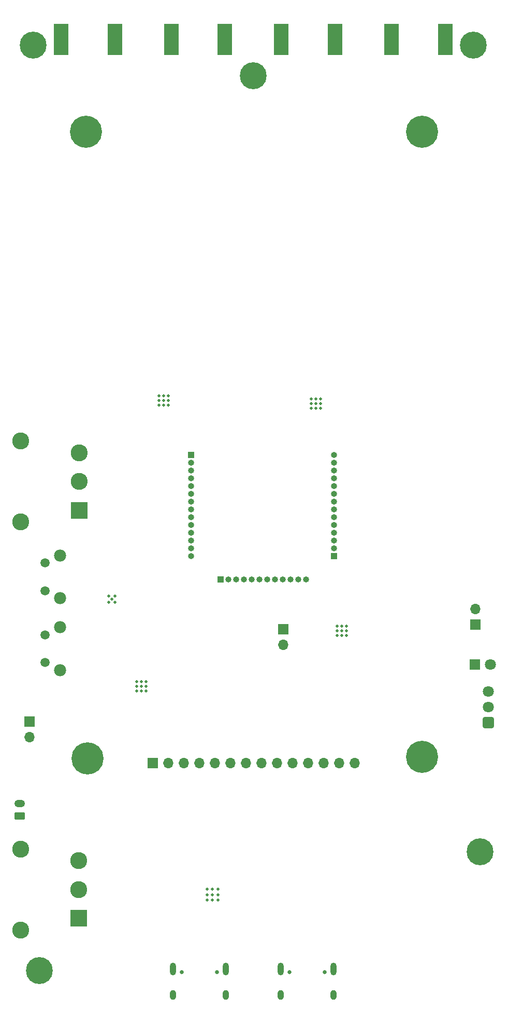
<source format=gbr>
%TF.GenerationSoftware,KiCad,Pcbnew,8.0.7*%
%TF.CreationDate,2025-02-17T14:25:55+00:00*%
%TF.ProjectId,PCB V3.1,50434220-5633-42e3-912e-6b696361645f,rev?*%
%TF.SameCoordinates,Original*%
%TF.FileFunction,Soldermask,Bot*%
%TF.FilePolarity,Negative*%
%FSLAX46Y46*%
G04 Gerber Fmt 4.6, Leading zero omitted, Abs format (unit mm)*
G04 Created by KiCad (PCBNEW 8.0.7) date 2025-02-17 14:25:55*
%MOMM*%
%LPD*%
G01*
G04 APERTURE LIST*
G04 Aperture macros list*
%AMRoundRect*
0 Rectangle with rounded corners*
0 $1 Rounding radius*
0 $2 $3 $4 $5 $6 $7 $8 $9 X,Y pos of 4 corners*
0 Add a 4 corners polygon primitive as box body*
4,1,4,$2,$3,$4,$5,$6,$7,$8,$9,$2,$3,0*
0 Add four circle primitives for the rounded corners*
1,1,$1+$1,$2,$3*
1,1,$1+$1,$4,$5*
1,1,$1+$1,$6,$7*
1,1,$1+$1,$8,$9*
0 Add four rect primitives between the rounded corners*
20,1,$1+$1,$2,$3,$4,$5,0*
20,1,$1+$1,$4,$5,$6,$7,0*
20,1,$1+$1,$6,$7,$8,$9,0*
20,1,$1+$1,$8,$9,$2,$3,0*%
G04 Aperture macros list end*
%ADD10C,0.700000*%
%ADD11C,4.400000*%
%ADD12C,0.500000*%
%ADD13C,1.515000*%
%ADD14C,1.980000*%
%ADD15R,1.000000X1.000000*%
%ADD16O,1.000000X1.000000*%
%ADD17RoundRect,0.250200X0.649800X-0.649800X0.649800X0.649800X-0.649800X0.649800X-0.649800X-0.649800X0*%
%ADD18C,1.800000*%
%ADD19C,0.650000*%
%ADD20O,1.000000X2.100000*%
%ADD21O,1.000000X1.600000*%
%ADD22R,1.700000X1.700000*%
%ADD23O,1.700000X1.700000*%
%ADD24C,0.800000*%
%ADD25C,5.250000*%
%ADD26R,2.420000X5.080000*%
%ADD27R,1.800000X1.800000*%
%ADD28RoundRect,0.250000X0.625000X-0.350000X0.625000X0.350000X-0.625000X0.350000X-0.625000X-0.350000X0*%
%ADD29O,1.750000X1.200000*%
%ADD30R,2.775000X2.775000*%
%ADD31C,2.775000*%
G04 APERTURE END LIST*
D10*
%TO.C,H1*%
X66473500Y-178487200D03*
X66956774Y-177320474D03*
X66956774Y-179653926D03*
X68123500Y-176837200D03*
D11*
X68123500Y-178487200D03*
D10*
X68123500Y-180137200D03*
X69290226Y-177320474D03*
X69290226Y-179653926D03*
X69773500Y-178487200D03*
%TD*%
D12*
%TO.C,IC4*%
X116834500Y-122312200D03*
X116834500Y-123074200D03*
X116834500Y-123836200D03*
X117596500Y-122312200D03*
X117596500Y-123074200D03*
X117596500Y-123836200D03*
X118358500Y-122312200D03*
X118358500Y-123074200D03*
X118358500Y-123836200D03*
%TD*%
%TO.C,IC6*%
X112643500Y-86752200D03*
X113405500Y-86752200D03*
X114167500Y-86752200D03*
X112643500Y-85990200D03*
X113405500Y-85990200D03*
X114167500Y-85990200D03*
X112643500Y-85228200D03*
X113405500Y-85228200D03*
X114167500Y-85228200D03*
%TD*%
D13*
%TO.C,RESET1*%
X69082500Y-111986200D03*
X69082500Y-116486200D03*
D14*
X71572500Y-110731200D03*
X71572500Y-117741200D03*
%TD*%
D15*
%TO.C,J10*%
X116326500Y-110882200D03*
D16*
X116326500Y-109612200D03*
X116326500Y-108342200D03*
X116326500Y-107072200D03*
X116326500Y-105802200D03*
X116326500Y-104532200D03*
X116326500Y-103262200D03*
X116326500Y-101992200D03*
X116326500Y-100722200D03*
X116326500Y-99452200D03*
X116326500Y-98182200D03*
X116326500Y-96912200D03*
X116326500Y-95642200D03*
X116326500Y-94372200D03*
%TD*%
D17*
%TO.C,U5*%
X141598500Y-138060200D03*
D18*
X141598500Y-135520200D03*
X141598500Y-132980200D03*
%TD*%
D12*
%TO.C,U6*%
X95562500Y-165206200D03*
X95562500Y-166095200D03*
X95562500Y-166984200D03*
X96451500Y-165206200D03*
X96451500Y-166095200D03*
X96451500Y-166984200D03*
X97340500Y-165206200D03*
X97340500Y-166095200D03*
X97340500Y-166984200D03*
%TD*%
D19*
%TO.C,USB_OTG1*%
X109053500Y-178787200D03*
X114833500Y-178787200D03*
D20*
X107623500Y-178257200D03*
D21*
X107623500Y-182437200D03*
D20*
X116263500Y-178257200D03*
D21*
X116263500Y-182437200D03*
%TD*%
D19*
%TO.C,USB_UART1*%
X91413500Y-178787200D03*
X97193500Y-178787200D03*
D20*
X89983500Y-178257200D03*
D21*
X89983500Y-182437200D03*
D20*
X98623500Y-178257200D03*
D21*
X98623500Y-182437200D03*
%TD*%
D22*
%TO.C,SCREEN1*%
X86742400Y-144619700D03*
D23*
X89282400Y-144619700D03*
X91822400Y-144619700D03*
X94362400Y-144619700D03*
X96902400Y-144619700D03*
X99442400Y-144619700D03*
X101982400Y-144619700D03*
X104522400Y-144619700D03*
X107062400Y-144619700D03*
X109602400Y-144619700D03*
X112142400Y-144619700D03*
X114682400Y-144619700D03*
X117222400Y-144619700D03*
X119762400Y-144619700D03*
D24*
X73652400Y-41579700D03*
X73906400Y-143873700D03*
X74414400Y-39882644D03*
X74414400Y-43276756D03*
X74668400Y-142176644D03*
X74668400Y-145570756D03*
X75802400Y-39499700D03*
D25*
X75802400Y-41579700D03*
D24*
X75802400Y-43817700D03*
X76056400Y-141793700D03*
D25*
X76056400Y-143873700D03*
D24*
X76056400Y-146111700D03*
X77208400Y-39882644D03*
X77208400Y-43276756D03*
X77462400Y-142176644D03*
X77462400Y-145570756D03*
X77970400Y-41579700D03*
X78224400Y-143873700D03*
X128552400Y-41579700D03*
X128552400Y-143619700D03*
X129314400Y-39882644D03*
X129314400Y-43276756D03*
X129314400Y-141922644D03*
X129314400Y-145316756D03*
X130702400Y-39499700D03*
D25*
X130702400Y-41579700D03*
D24*
X130702400Y-43817700D03*
X130702400Y-141539700D03*
D25*
X130702400Y-143619700D03*
D24*
X130702400Y-145857700D03*
X132108400Y-39882644D03*
X132108400Y-43276756D03*
X132108400Y-141922644D03*
X132108400Y-145316756D03*
X132870400Y-41579700D03*
X132870400Y-143619700D03*
%TD*%
D10*
%TO.C,H3*%
X65473500Y-27487200D03*
X65956774Y-26320474D03*
X65956774Y-28653926D03*
X67123500Y-25837200D03*
D11*
X67123500Y-27487200D03*
D10*
X67123500Y-29137200D03*
X68290226Y-26320474D03*
X68290226Y-28653926D03*
X68773500Y-27487200D03*
%TD*%
D26*
%TO.C,AE7*%
X98503500Y-26557200D03*
X89743500Y-26557200D03*
%TD*%
D27*
%TO.C,D4*%
X139348500Y-128520200D03*
D18*
X141888500Y-128520200D03*
%TD*%
D10*
%TO.C,H2*%
X138552500Y-159142200D03*
X139035774Y-157975474D03*
X139035774Y-160308926D03*
X140202500Y-157492200D03*
D11*
X140202500Y-159142200D03*
D10*
X140202500Y-160792200D03*
X141369226Y-157975474D03*
X141369226Y-160308926D03*
X141852500Y-159142200D03*
%TD*%
D28*
%TO.C,JSTPH1*%
X64987000Y-153273000D03*
D29*
X64987000Y-151273000D03*
%TD*%
D22*
%TO.C,J1*%
X66542500Y-137826200D03*
D23*
X66542500Y-140366200D03*
%TD*%
D12*
%TO.C,U10*%
X84100500Y-132885700D03*
X84862500Y-132885700D03*
X85624500Y-132885700D03*
X84100500Y-132123700D03*
X84862500Y-132123700D03*
X85624500Y-132123700D03*
X84100500Y-131361700D03*
X84862500Y-131361700D03*
X85624500Y-131361700D03*
%TD*%
D26*
%TO.C,AE1*%
X80503500Y-26557200D03*
X71743500Y-26557200D03*
%TD*%
D13*
%TO.C,BOOT1*%
X69082500Y-123741200D03*
X69082500Y-128241200D03*
D14*
X71572500Y-122486200D03*
X71572500Y-129496200D03*
%TD*%
D26*
%TO.C,AE3*%
X134503500Y-26557200D03*
X125743500Y-26557200D03*
%TD*%
D10*
%TO.C,H5*%
X101473500Y-32487200D03*
X101956774Y-31320474D03*
X101956774Y-33653926D03*
X103123500Y-30837200D03*
D11*
X103123500Y-32487200D03*
D10*
X103123500Y-34137200D03*
X104290226Y-31320474D03*
X104290226Y-33653926D03*
X104773500Y-32487200D03*
%TD*%
D30*
%TO.C,ANT_SW1*%
X74653500Y-103392200D03*
D31*
X74653500Y-98692200D03*
X74653500Y-93992200D03*
X65123500Y-105297200D03*
X65123500Y-92087200D03*
%TD*%
D10*
%TO.C,H4*%
X137473500Y-27487200D03*
X137956774Y-26320474D03*
X137956774Y-28653926D03*
X139123500Y-25837200D03*
D11*
X139123500Y-27487200D03*
D10*
X139123500Y-29137200D03*
X140290226Y-26320474D03*
X140290226Y-28653926D03*
X140773500Y-27487200D03*
%TD*%
D22*
%TO.C,J2*%
X108077000Y-122804000D03*
D23*
X108077000Y-125344000D03*
%TD*%
D22*
%TO.C,J6*%
X139440500Y-122063200D03*
D23*
X139440500Y-119523200D03*
%TD*%
D15*
%TO.C,J8*%
X92958500Y-94372200D03*
D16*
X92958500Y-95642200D03*
X92958500Y-96912200D03*
X92958500Y-98182200D03*
X92958500Y-99452200D03*
X92958500Y-100722200D03*
X92958500Y-101992200D03*
X92958500Y-103262200D03*
X92958500Y-104532200D03*
X92958500Y-105802200D03*
X92958500Y-107072200D03*
X92958500Y-108342200D03*
X92958500Y-109612200D03*
X92958500Y-110882200D03*
%TD*%
D12*
%TO.C,IC2*%
X89275500Y-86244200D03*
X89275500Y-85482200D03*
X89275500Y-84720200D03*
X88513500Y-86244200D03*
X88513500Y-85482200D03*
X88513500Y-84720200D03*
X87751500Y-86244200D03*
X87751500Y-85482200D03*
X87751500Y-84720200D03*
%TD*%
%TO.C,U12*%
X79508500Y-118426000D03*
X80524500Y-118426000D03*
X80016500Y-117918000D03*
X79508500Y-117410000D03*
X80524500Y-117410000D03*
%TD*%
D30*
%TO.C,PWR_SW1*%
X74623500Y-169987200D03*
D31*
X74623500Y-165287200D03*
X74623500Y-160587200D03*
X65093500Y-171892200D03*
X65093500Y-158682200D03*
%TD*%
D15*
%TO.C,J9*%
X97784500Y-114692200D03*
D16*
X99054500Y-114692200D03*
X100324500Y-114692200D03*
X101594500Y-114692200D03*
X102864500Y-114692200D03*
X104134500Y-114692200D03*
X105404500Y-114692200D03*
X106674500Y-114692200D03*
X107944500Y-114692200D03*
X109214500Y-114692200D03*
X110484500Y-114692200D03*
X111754500Y-114692200D03*
%TD*%
D26*
%TO.C,AE5*%
X116503500Y-26557200D03*
X107743500Y-26557200D03*
%TD*%
M02*

</source>
